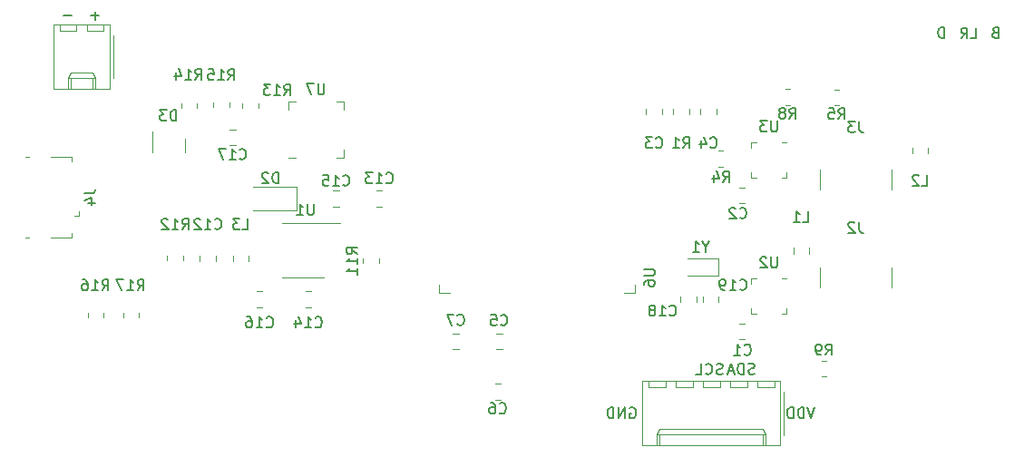
<source format=gbo>
G04 #@! TF.GenerationSoftware,KiCad,Pcbnew,(7.0.0)*
G04 #@! TF.CreationDate,2023-04-10T23:45:16-05:00*
G04 #@! TF.ProjectId,Phone_Audio_FM_Transmitter,50686f6e-655f-4417-9564-696f5f464d5f,2.1*
G04 #@! TF.SameCoordinates,Original*
G04 #@! TF.FileFunction,Legend,Bot*
G04 #@! TF.FilePolarity,Positive*
%FSLAX46Y46*%
G04 Gerber Fmt 4.6, Leading zero omitted, Abs format (unit mm)*
G04 Created by KiCad (PCBNEW (7.0.0)) date 2023-04-10 23:45:16*
%MOMM*%
%LPD*%
G01*
G04 APERTURE LIST*
%ADD10C,0.150000*%
%ADD11C,0.120000*%
G04 APERTURE END LIST*
D10*
X173774123Y-85205761D02*
X173631266Y-85253380D01*
X173631266Y-85253380D02*
X173393171Y-85253380D01*
X173393171Y-85253380D02*
X173297933Y-85205761D01*
X173297933Y-85205761D02*
X173250314Y-85158142D01*
X173250314Y-85158142D02*
X173202695Y-85062904D01*
X173202695Y-85062904D02*
X173202695Y-84967666D01*
X173202695Y-84967666D02*
X173250314Y-84872428D01*
X173250314Y-84872428D02*
X173297933Y-84824809D01*
X173297933Y-84824809D02*
X173393171Y-84777190D01*
X173393171Y-84777190D02*
X173583647Y-84729571D01*
X173583647Y-84729571D02*
X173678885Y-84681952D01*
X173678885Y-84681952D02*
X173726504Y-84634333D01*
X173726504Y-84634333D02*
X173774123Y-84539095D01*
X173774123Y-84539095D02*
X173774123Y-84443857D01*
X173774123Y-84443857D02*
X173726504Y-84348619D01*
X173726504Y-84348619D02*
X173678885Y-84301000D01*
X173678885Y-84301000D02*
X173583647Y-84253380D01*
X173583647Y-84253380D02*
X173345552Y-84253380D01*
X173345552Y-84253380D02*
X173202695Y-84301000D01*
X172202695Y-85158142D02*
X172250314Y-85205761D01*
X172250314Y-85205761D02*
X172393171Y-85253380D01*
X172393171Y-85253380D02*
X172488409Y-85253380D01*
X172488409Y-85253380D02*
X172631266Y-85205761D01*
X172631266Y-85205761D02*
X172726504Y-85110523D01*
X172726504Y-85110523D02*
X172774123Y-85015285D01*
X172774123Y-85015285D02*
X172821742Y-84824809D01*
X172821742Y-84824809D02*
X172821742Y-84681952D01*
X172821742Y-84681952D02*
X172774123Y-84491476D01*
X172774123Y-84491476D02*
X172726504Y-84396238D01*
X172726504Y-84396238D02*
X172631266Y-84301000D01*
X172631266Y-84301000D02*
X172488409Y-84253380D01*
X172488409Y-84253380D02*
X172393171Y-84253380D01*
X172393171Y-84253380D02*
X172250314Y-84301000D01*
X172250314Y-84301000D02*
X172202695Y-84348619D01*
X171297933Y-85253380D02*
X171774123Y-85253380D01*
X171774123Y-85253380D02*
X171774123Y-84253380D01*
X194452904Y-53833580D02*
X194452904Y-52833580D01*
X194452904Y-52833580D02*
X194214809Y-52833580D01*
X194214809Y-52833580D02*
X194071952Y-52881200D01*
X194071952Y-52881200D02*
X193976714Y-52976438D01*
X193976714Y-52976438D02*
X193929095Y-53071676D01*
X193929095Y-53071676D02*
X193881476Y-53262152D01*
X193881476Y-53262152D02*
X193881476Y-53405009D01*
X193881476Y-53405009D02*
X193929095Y-53595485D01*
X193929095Y-53595485D02*
X193976714Y-53690723D01*
X193976714Y-53690723D02*
X194071952Y-53785961D01*
X194071952Y-53785961D02*
X194214809Y-53833580D01*
X194214809Y-53833580D02*
X194452904Y-53833580D01*
X165125495Y-88390400D02*
X165220733Y-88342780D01*
X165220733Y-88342780D02*
X165363590Y-88342780D01*
X165363590Y-88342780D02*
X165506447Y-88390400D01*
X165506447Y-88390400D02*
X165601685Y-88485638D01*
X165601685Y-88485638D02*
X165649304Y-88580876D01*
X165649304Y-88580876D02*
X165696923Y-88771352D01*
X165696923Y-88771352D02*
X165696923Y-88914209D01*
X165696923Y-88914209D02*
X165649304Y-89104685D01*
X165649304Y-89104685D02*
X165601685Y-89199923D01*
X165601685Y-89199923D02*
X165506447Y-89295161D01*
X165506447Y-89295161D02*
X165363590Y-89342780D01*
X165363590Y-89342780D02*
X165268352Y-89342780D01*
X165268352Y-89342780D02*
X165125495Y-89295161D01*
X165125495Y-89295161D02*
X165077876Y-89247542D01*
X165077876Y-89247542D02*
X165077876Y-88914209D01*
X165077876Y-88914209D02*
X165268352Y-88914209D01*
X164649304Y-89342780D02*
X164649304Y-88342780D01*
X164649304Y-88342780D02*
X164077876Y-89342780D01*
X164077876Y-89342780D02*
X164077876Y-88342780D01*
X163601685Y-89342780D02*
X163601685Y-88342780D01*
X163601685Y-88342780D02*
X163363590Y-88342780D01*
X163363590Y-88342780D02*
X163220733Y-88390400D01*
X163220733Y-88390400D02*
X163125495Y-88485638D01*
X163125495Y-88485638D02*
X163077876Y-88580876D01*
X163077876Y-88580876D02*
X163030257Y-88771352D01*
X163030257Y-88771352D02*
X163030257Y-88914209D01*
X163030257Y-88914209D02*
X163077876Y-89104685D01*
X163077876Y-89104685D02*
X163125495Y-89199923D01*
X163125495Y-89199923D02*
X163220733Y-89295161D01*
X163220733Y-89295161D02*
X163363590Y-89342780D01*
X163363590Y-89342780D02*
X163601685Y-89342780D01*
X182378361Y-88342780D02*
X182045028Y-89342780D01*
X182045028Y-89342780D02*
X181711695Y-88342780D01*
X181378361Y-89342780D02*
X181378361Y-88342780D01*
X181378361Y-88342780D02*
X181140266Y-88342780D01*
X181140266Y-88342780D02*
X180997409Y-88390400D01*
X180997409Y-88390400D02*
X180902171Y-88485638D01*
X180902171Y-88485638D02*
X180854552Y-88580876D01*
X180854552Y-88580876D02*
X180806933Y-88771352D01*
X180806933Y-88771352D02*
X180806933Y-88914209D01*
X180806933Y-88914209D02*
X180854552Y-89104685D01*
X180854552Y-89104685D02*
X180902171Y-89199923D01*
X180902171Y-89199923D02*
X180997409Y-89295161D01*
X180997409Y-89295161D02*
X181140266Y-89342780D01*
X181140266Y-89342780D02*
X181378361Y-89342780D01*
X180378361Y-89342780D02*
X180378361Y-88342780D01*
X180378361Y-88342780D02*
X180140266Y-88342780D01*
X180140266Y-88342780D02*
X179997409Y-88390400D01*
X179997409Y-88390400D02*
X179902171Y-88485638D01*
X179902171Y-88485638D02*
X179854552Y-88580876D01*
X179854552Y-88580876D02*
X179806933Y-88771352D01*
X179806933Y-88771352D02*
X179806933Y-88914209D01*
X179806933Y-88914209D02*
X179854552Y-89104685D01*
X179854552Y-89104685D02*
X179902171Y-89199923D01*
X179902171Y-89199923D02*
X179997409Y-89295161D01*
X179997409Y-89295161D02*
X180140266Y-89342780D01*
X180140266Y-89342780D02*
X180378361Y-89342780D01*
X199224971Y-53309771D02*
X199082114Y-53357390D01*
X199082114Y-53357390D02*
X199034495Y-53405009D01*
X199034495Y-53405009D02*
X198986876Y-53500247D01*
X198986876Y-53500247D02*
X198986876Y-53643104D01*
X198986876Y-53643104D02*
X199034495Y-53738342D01*
X199034495Y-53738342D02*
X199082114Y-53785961D01*
X199082114Y-53785961D02*
X199177352Y-53833580D01*
X199177352Y-53833580D02*
X199558304Y-53833580D01*
X199558304Y-53833580D02*
X199558304Y-52833580D01*
X199558304Y-52833580D02*
X199224971Y-52833580D01*
X199224971Y-52833580D02*
X199129733Y-52881200D01*
X199129733Y-52881200D02*
X199082114Y-52928819D01*
X199082114Y-52928819D02*
X199034495Y-53024057D01*
X199034495Y-53024057D02*
X199034495Y-53119295D01*
X199034495Y-53119295D02*
X199082114Y-53214533D01*
X199082114Y-53214533D02*
X199129733Y-53262152D01*
X199129733Y-53262152D02*
X199224971Y-53309771D01*
X199224971Y-53309771D02*
X199558304Y-53309771D01*
X176745923Y-85180361D02*
X176603066Y-85227980D01*
X176603066Y-85227980D02*
X176364971Y-85227980D01*
X176364971Y-85227980D02*
X176269733Y-85180361D01*
X176269733Y-85180361D02*
X176222114Y-85132742D01*
X176222114Y-85132742D02*
X176174495Y-85037504D01*
X176174495Y-85037504D02*
X176174495Y-84942266D01*
X176174495Y-84942266D02*
X176222114Y-84847028D01*
X176222114Y-84847028D02*
X176269733Y-84799409D01*
X176269733Y-84799409D02*
X176364971Y-84751790D01*
X176364971Y-84751790D02*
X176555447Y-84704171D01*
X176555447Y-84704171D02*
X176650685Y-84656552D01*
X176650685Y-84656552D02*
X176698304Y-84608933D01*
X176698304Y-84608933D02*
X176745923Y-84513695D01*
X176745923Y-84513695D02*
X176745923Y-84418457D01*
X176745923Y-84418457D02*
X176698304Y-84323219D01*
X176698304Y-84323219D02*
X176650685Y-84275600D01*
X176650685Y-84275600D02*
X176555447Y-84227980D01*
X176555447Y-84227980D02*
X176317352Y-84227980D01*
X176317352Y-84227980D02*
X176174495Y-84275600D01*
X175745923Y-85227980D02*
X175745923Y-84227980D01*
X175745923Y-84227980D02*
X175507828Y-84227980D01*
X175507828Y-84227980D02*
X175364971Y-84275600D01*
X175364971Y-84275600D02*
X175269733Y-84370838D01*
X175269733Y-84370838D02*
X175222114Y-84466076D01*
X175222114Y-84466076D02*
X175174495Y-84656552D01*
X175174495Y-84656552D02*
X175174495Y-84799409D01*
X175174495Y-84799409D02*
X175222114Y-84989885D01*
X175222114Y-84989885D02*
X175269733Y-85085123D01*
X175269733Y-85085123D02*
X175364971Y-85180361D01*
X175364971Y-85180361D02*
X175507828Y-85227980D01*
X175507828Y-85227980D02*
X175745923Y-85227980D01*
X174793542Y-84942266D02*
X174317352Y-84942266D01*
X174888780Y-85227980D02*
X174555447Y-84227980D01*
X174555447Y-84227980D02*
X174222114Y-85227980D01*
X196948514Y-53884380D02*
X197424704Y-53884380D01*
X197424704Y-53884380D02*
X197424704Y-52884380D01*
X196043752Y-53884380D02*
X196377085Y-53408190D01*
X196615180Y-53884380D02*
X196615180Y-52884380D01*
X196615180Y-52884380D02*
X196234228Y-52884380D01*
X196234228Y-52884380D02*
X196138990Y-52932000D01*
X196138990Y-52932000D02*
X196091371Y-52979619D01*
X196091371Y-52979619D02*
X196043752Y-53074857D01*
X196043752Y-53074857D02*
X196043752Y-53217714D01*
X196043752Y-53217714D02*
X196091371Y-53312952D01*
X196091371Y-53312952D02*
X196138990Y-53360571D01*
X196138990Y-53360571D02*
X196234228Y-53408190D01*
X196234228Y-53408190D02*
X196615180Y-53408190D01*
X172205590Y-73325990D02*
X172205590Y-73802180D01*
X172538923Y-72802180D02*
X172205590Y-73325990D01*
X172205590Y-73325990D02*
X171872257Y-72802180D01*
X171015114Y-73802180D02*
X171586542Y-73802180D01*
X171300828Y-73802180D02*
X171300828Y-72802180D01*
X171300828Y-72802180D02*
X171396066Y-72945038D01*
X171396066Y-72945038D02*
X171491304Y-73040276D01*
X171491304Y-73040276D02*
X171586542Y-73087895D01*
X183402266Y-83426380D02*
X183735599Y-82950190D01*
X183973694Y-83426380D02*
X183973694Y-82426380D01*
X183973694Y-82426380D02*
X183592742Y-82426380D01*
X183592742Y-82426380D02*
X183497504Y-82474000D01*
X183497504Y-82474000D02*
X183449885Y-82521619D01*
X183449885Y-82521619D02*
X183402266Y-82616857D01*
X183402266Y-82616857D02*
X183402266Y-82759714D01*
X183402266Y-82759714D02*
X183449885Y-82854952D01*
X183449885Y-82854952D02*
X183497504Y-82902571D01*
X183497504Y-82902571D02*
X183592742Y-82950190D01*
X183592742Y-82950190D02*
X183973694Y-82950190D01*
X182926075Y-83426380D02*
X182735599Y-83426380D01*
X182735599Y-83426380D02*
X182640361Y-83378761D01*
X182640361Y-83378761D02*
X182592742Y-83331142D01*
X182592742Y-83331142D02*
X182497504Y-83188285D01*
X182497504Y-83188285D02*
X182449885Y-82997809D01*
X182449885Y-82997809D02*
X182449885Y-82616857D01*
X182449885Y-82616857D02*
X182497504Y-82521619D01*
X182497504Y-82521619D02*
X182545123Y-82474000D01*
X182545123Y-82474000D02*
X182640361Y-82426380D01*
X182640361Y-82426380D02*
X182830837Y-82426380D01*
X182830837Y-82426380D02*
X182926075Y-82474000D01*
X182926075Y-82474000D02*
X182973694Y-82521619D01*
X182973694Y-82521619D02*
X183021313Y-82616857D01*
X183021313Y-82616857D02*
X183021313Y-82854952D01*
X183021313Y-82854952D02*
X182973694Y-82950190D01*
X182973694Y-82950190D02*
X182926075Y-82997809D01*
X182926075Y-82997809D02*
X182830837Y-83045428D01*
X182830837Y-83045428D02*
X182640361Y-83045428D01*
X182640361Y-83045428D02*
X182545123Y-82997809D01*
X182545123Y-82997809D02*
X182497504Y-82950190D01*
X182497504Y-82950190D02*
X182449885Y-82854952D01*
X175394857Y-77284942D02*
X175442476Y-77332561D01*
X175442476Y-77332561D02*
X175585333Y-77380180D01*
X175585333Y-77380180D02*
X175680571Y-77380180D01*
X175680571Y-77380180D02*
X175823428Y-77332561D01*
X175823428Y-77332561D02*
X175918666Y-77237323D01*
X175918666Y-77237323D02*
X175966285Y-77142085D01*
X175966285Y-77142085D02*
X176013904Y-76951609D01*
X176013904Y-76951609D02*
X176013904Y-76808752D01*
X176013904Y-76808752D02*
X175966285Y-76618276D01*
X175966285Y-76618276D02*
X175918666Y-76523038D01*
X175918666Y-76523038D02*
X175823428Y-76427800D01*
X175823428Y-76427800D02*
X175680571Y-76380180D01*
X175680571Y-76380180D02*
X175585333Y-76380180D01*
X175585333Y-76380180D02*
X175442476Y-76427800D01*
X175442476Y-76427800D02*
X175394857Y-76475419D01*
X174442476Y-77380180D02*
X175013904Y-77380180D01*
X174728190Y-77380180D02*
X174728190Y-76380180D01*
X174728190Y-76380180D02*
X174823428Y-76523038D01*
X174823428Y-76523038D02*
X174918666Y-76618276D01*
X174918666Y-76618276D02*
X175013904Y-76665895D01*
X173966285Y-77380180D02*
X173775809Y-77380180D01*
X173775809Y-77380180D02*
X173680571Y-77332561D01*
X173680571Y-77332561D02*
X173632952Y-77284942D01*
X173632952Y-77284942D02*
X173537714Y-77142085D01*
X173537714Y-77142085D02*
X173490095Y-76951609D01*
X173490095Y-76951609D02*
X173490095Y-76570657D01*
X173490095Y-76570657D02*
X173537714Y-76475419D01*
X173537714Y-76475419D02*
X173585333Y-76427800D01*
X173585333Y-76427800D02*
X173680571Y-76380180D01*
X173680571Y-76380180D02*
X173871047Y-76380180D01*
X173871047Y-76380180D02*
X173966285Y-76427800D01*
X173966285Y-76427800D02*
X174013904Y-76475419D01*
X174013904Y-76475419D02*
X174061523Y-76570657D01*
X174061523Y-76570657D02*
X174061523Y-76808752D01*
X174061523Y-76808752D02*
X174013904Y-76903990D01*
X174013904Y-76903990D02*
X173966285Y-76951609D01*
X173966285Y-76951609D02*
X173871047Y-76999228D01*
X173871047Y-76999228D02*
X173680571Y-76999228D01*
X173680571Y-76999228D02*
X173585333Y-76951609D01*
X173585333Y-76951609D02*
X173537714Y-76903990D01*
X173537714Y-76903990D02*
X173490095Y-76808752D01*
X168816257Y-79697942D02*
X168863876Y-79745561D01*
X168863876Y-79745561D02*
X169006733Y-79793180D01*
X169006733Y-79793180D02*
X169101971Y-79793180D01*
X169101971Y-79793180D02*
X169244828Y-79745561D01*
X169244828Y-79745561D02*
X169340066Y-79650323D01*
X169340066Y-79650323D02*
X169387685Y-79555085D01*
X169387685Y-79555085D02*
X169435304Y-79364609D01*
X169435304Y-79364609D02*
X169435304Y-79221752D01*
X169435304Y-79221752D02*
X169387685Y-79031276D01*
X169387685Y-79031276D02*
X169340066Y-78936038D01*
X169340066Y-78936038D02*
X169244828Y-78840800D01*
X169244828Y-78840800D02*
X169101971Y-78793180D01*
X169101971Y-78793180D02*
X169006733Y-78793180D01*
X169006733Y-78793180D02*
X168863876Y-78840800D01*
X168863876Y-78840800D02*
X168816257Y-78888419D01*
X167863876Y-79793180D02*
X168435304Y-79793180D01*
X168149590Y-79793180D02*
X168149590Y-78793180D01*
X168149590Y-78793180D02*
X168244828Y-78936038D01*
X168244828Y-78936038D02*
X168340066Y-79031276D01*
X168340066Y-79031276D02*
X168435304Y-79078895D01*
X167292447Y-79221752D02*
X167387685Y-79174133D01*
X167387685Y-79174133D02*
X167435304Y-79126514D01*
X167435304Y-79126514D02*
X167482923Y-79031276D01*
X167482923Y-79031276D02*
X167482923Y-78983657D01*
X167482923Y-78983657D02*
X167435304Y-78888419D01*
X167435304Y-78888419D02*
X167387685Y-78840800D01*
X167387685Y-78840800D02*
X167292447Y-78793180D01*
X167292447Y-78793180D02*
X167101971Y-78793180D01*
X167101971Y-78793180D02*
X167006733Y-78840800D01*
X167006733Y-78840800D02*
X166959114Y-78888419D01*
X166959114Y-78888419D02*
X166911495Y-78983657D01*
X166911495Y-78983657D02*
X166911495Y-79031276D01*
X166911495Y-79031276D02*
X166959114Y-79126514D01*
X166959114Y-79126514D02*
X167006733Y-79174133D01*
X167006733Y-79174133D02*
X167101971Y-79221752D01*
X167101971Y-79221752D02*
X167292447Y-79221752D01*
X167292447Y-79221752D02*
X167387685Y-79269371D01*
X167387685Y-79269371D02*
X167435304Y-79316990D01*
X167435304Y-79316990D02*
X167482923Y-79412228D01*
X167482923Y-79412228D02*
X167482923Y-79602704D01*
X167482923Y-79602704D02*
X167435304Y-79697942D01*
X167435304Y-79697942D02*
X167387685Y-79745561D01*
X167387685Y-79745561D02*
X167292447Y-79793180D01*
X167292447Y-79793180D02*
X167101971Y-79793180D01*
X167101971Y-79793180D02*
X167006733Y-79745561D01*
X167006733Y-79745561D02*
X166959114Y-79697942D01*
X166959114Y-79697942D02*
X166911495Y-79602704D01*
X166911495Y-79602704D02*
X166911495Y-79412228D01*
X166911495Y-79412228D02*
X166959114Y-79316990D01*
X166959114Y-79316990D02*
X167006733Y-79269371D01*
X167006733Y-79269371D02*
X167101971Y-79221752D01*
X132849857Y-59168380D02*
X133183190Y-58692190D01*
X133421285Y-59168380D02*
X133421285Y-58168380D01*
X133421285Y-58168380D02*
X133040333Y-58168380D01*
X133040333Y-58168380D02*
X132945095Y-58216000D01*
X132945095Y-58216000D02*
X132897476Y-58263619D01*
X132897476Y-58263619D02*
X132849857Y-58358857D01*
X132849857Y-58358857D02*
X132849857Y-58501714D01*
X132849857Y-58501714D02*
X132897476Y-58596952D01*
X132897476Y-58596952D02*
X132945095Y-58644571D01*
X132945095Y-58644571D02*
X133040333Y-58692190D01*
X133040333Y-58692190D02*
X133421285Y-58692190D01*
X131897476Y-59168380D02*
X132468904Y-59168380D01*
X132183190Y-59168380D02*
X132183190Y-58168380D01*
X132183190Y-58168380D02*
X132278428Y-58311238D01*
X132278428Y-58311238D02*
X132373666Y-58406476D01*
X132373666Y-58406476D02*
X132468904Y-58454095D01*
X131564142Y-58168380D02*
X130945095Y-58168380D01*
X130945095Y-58168380D02*
X131278428Y-58549333D01*
X131278428Y-58549333D02*
X131135571Y-58549333D01*
X131135571Y-58549333D02*
X131040333Y-58596952D01*
X131040333Y-58596952D02*
X130992714Y-58644571D01*
X130992714Y-58644571D02*
X130945095Y-58739809D01*
X130945095Y-58739809D02*
X130945095Y-58977904D01*
X130945095Y-58977904D02*
X130992714Y-59073142D01*
X130992714Y-59073142D02*
X131040333Y-59120761D01*
X131040333Y-59120761D02*
X131135571Y-59168380D01*
X131135571Y-59168380D02*
X131421285Y-59168380D01*
X131421285Y-59168380D02*
X131516523Y-59120761D01*
X131516523Y-59120761D02*
X131564142Y-59073142D01*
X115857257Y-77405580D02*
X116190590Y-76929390D01*
X116428685Y-77405580D02*
X116428685Y-76405580D01*
X116428685Y-76405580D02*
X116047733Y-76405580D01*
X116047733Y-76405580D02*
X115952495Y-76453200D01*
X115952495Y-76453200D02*
X115904876Y-76500819D01*
X115904876Y-76500819D02*
X115857257Y-76596057D01*
X115857257Y-76596057D02*
X115857257Y-76738914D01*
X115857257Y-76738914D02*
X115904876Y-76834152D01*
X115904876Y-76834152D02*
X115952495Y-76881771D01*
X115952495Y-76881771D02*
X116047733Y-76929390D01*
X116047733Y-76929390D02*
X116428685Y-76929390D01*
X114904876Y-77405580D02*
X115476304Y-77405580D01*
X115190590Y-77405580D02*
X115190590Y-76405580D01*
X115190590Y-76405580D02*
X115285828Y-76548438D01*
X115285828Y-76548438D02*
X115381066Y-76643676D01*
X115381066Y-76643676D02*
X115476304Y-76691295D01*
X114047733Y-76405580D02*
X114238209Y-76405580D01*
X114238209Y-76405580D02*
X114333447Y-76453200D01*
X114333447Y-76453200D02*
X114381066Y-76500819D01*
X114381066Y-76500819D02*
X114476304Y-76643676D01*
X114476304Y-76643676D02*
X114523923Y-76834152D01*
X114523923Y-76834152D02*
X114523923Y-77215104D01*
X114523923Y-77215104D02*
X114476304Y-77310342D01*
X114476304Y-77310342D02*
X114428685Y-77357961D01*
X114428685Y-77357961D02*
X114333447Y-77405580D01*
X114333447Y-77405580D02*
X114142971Y-77405580D01*
X114142971Y-77405580D02*
X114047733Y-77357961D01*
X114047733Y-77357961D02*
X114000114Y-77310342D01*
X114000114Y-77310342D02*
X113952495Y-77215104D01*
X113952495Y-77215104D02*
X113952495Y-76977009D01*
X113952495Y-76977009D02*
X114000114Y-76881771D01*
X114000114Y-76881771D02*
X114047733Y-76834152D01*
X114047733Y-76834152D02*
X114142971Y-76786533D01*
X114142971Y-76786533D02*
X114333447Y-76786533D01*
X114333447Y-76786533D02*
X114428685Y-76834152D01*
X114428685Y-76834152D02*
X114476304Y-76881771D01*
X114476304Y-76881771D02*
X114523923Y-76977009D01*
X172632666Y-64026142D02*
X172680285Y-64073761D01*
X172680285Y-64073761D02*
X172823142Y-64121380D01*
X172823142Y-64121380D02*
X172918380Y-64121380D01*
X172918380Y-64121380D02*
X173061237Y-64073761D01*
X173061237Y-64073761D02*
X173156475Y-63978523D01*
X173156475Y-63978523D02*
X173204094Y-63883285D01*
X173204094Y-63883285D02*
X173251713Y-63692809D01*
X173251713Y-63692809D02*
X173251713Y-63549952D01*
X173251713Y-63549952D02*
X173204094Y-63359476D01*
X173204094Y-63359476D02*
X173156475Y-63264238D01*
X173156475Y-63264238D02*
X173061237Y-63169000D01*
X173061237Y-63169000D02*
X172918380Y-63121380D01*
X172918380Y-63121380D02*
X172823142Y-63121380D01*
X172823142Y-63121380D02*
X172680285Y-63169000D01*
X172680285Y-63169000D02*
X172632666Y-63216619D01*
X171775523Y-63454714D02*
X171775523Y-64121380D01*
X172013618Y-63073761D02*
X172251713Y-63788047D01*
X172251713Y-63788047D02*
X171632666Y-63788047D01*
X153074666Y-80586942D02*
X153122285Y-80634561D01*
X153122285Y-80634561D02*
X153265142Y-80682180D01*
X153265142Y-80682180D02*
X153360380Y-80682180D01*
X153360380Y-80682180D02*
X153503237Y-80634561D01*
X153503237Y-80634561D02*
X153598475Y-80539323D01*
X153598475Y-80539323D02*
X153646094Y-80444085D01*
X153646094Y-80444085D02*
X153693713Y-80253609D01*
X153693713Y-80253609D02*
X153693713Y-80110752D01*
X153693713Y-80110752D02*
X153646094Y-79920276D01*
X153646094Y-79920276D02*
X153598475Y-79825038D01*
X153598475Y-79825038D02*
X153503237Y-79729800D01*
X153503237Y-79729800D02*
X153360380Y-79682180D01*
X153360380Y-79682180D02*
X153265142Y-79682180D01*
X153265142Y-79682180D02*
X153122285Y-79729800D01*
X153122285Y-79729800D02*
X153074666Y-79777419D01*
X152169904Y-79682180D02*
X152646094Y-79682180D01*
X152646094Y-79682180D02*
X152693713Y-80158371D01*
X152693713Y-80158371D02*
X152646094Y-80110752D01*
X152646094Y-80110752D02*
X152550856Y-80063133D01*
X152550856Y-80063133D02*
X152312761Y-80063133D01*
X152312761Y-80063133D02*
X152217523Y-80110752D01*
X152217523Y-80110752D02*
X152169904Y-80158371D01*
X152169904Y-80158371D02*
X152122285Y-80253609D01*
X152122285Y-80253609D02*
X152122285Y-80491704D01*
X152122285Y-80491704D02*
X152169904Y-80586942D01*
X152169904Y-80586942D02*
X152217523Y-80634561D01*
X152217523Y-80634561D02*
X152312761Y-80682180D01*
X152312761Y-80682180D02*
X152550856Y-80682180D01*
X152550856Y-80682180D02*
X152646094Y-80634561D01*
X152646094Y-80634561D02*
X152693713Y-80586942D01*
X131198857Y-80790142D02*
X131246476Y-80837761D01*
X131246476Y-80837761D02*
X131389333Y-80885380D01*
X131389333Y-80885380D02*
X131484571Y-80885380D01*
X131484571Y-80885380D02*
X131627428Y-80837761D01*
X131627428Y-80837761D02*
X131722666Y-80742523D01*
X131722666Y-80742523D02*
X131770285Y-80647285D01*
X131770285Y-80647285D02*
X131817904Y-80456809D01*
X131817904Y-80456809D02*
X131817904Y-80313952D01*
X131817904Y-80313952D02*
X131770285Y-80123476D01*
X131770285Y-80123476D02*
X131722666Y-80028238D01*
X131722666Y-80028238D02*
X131627428Y-79933000D01*
X131627428Y-79933000D02*
X131484571Y-79885380D01*
X131484571Y-79885380D02*
X131389333Y-79885380D01*
X131389333Y-79885380D02*
X131246476Y-79933000D01*
X131246476Y-79933000D02*
X131198857Y-79980619D01*
X130246476Y-80885380D02*
X130817904Y-80885380D01*
X130532190Y-80885380D02*
X130532190Y-79885380D01*
X130532190Y-79885380D02*
X130627428Y-80028238D01*
X130627428Y-80028238D02*
X130722666Y-80123476D01*
X130722666Y-80123476D02*
X130817904Y-80171095D01*
X129389333Y-79885380D02*
X129579809Y-79885380D01*
X129579809Y-79885380D02*
X129675047Y-79933000D01*
X129675047Y-79933000D02*
X129722666Y-79980619D01*
X129722666Y-79980619D02*
X129817904Y-80123476D01*
X129817904Y-80123476D02*
X129865523Y-80313952D01*
X129865523Y-80313952D02*
X129865523Y-80694904D01*
X129865523Y-80694904D02*
X129817904Y-80790142D01*
X129817904Y-80790142D02*
X129770285Y-80837761D01*
X129770285Y-80837761D02*
X129675047Y-80885380D01*
X129675047Y-80885380D02*
X129484571Y-80885380D01*
X129484571Y-80885380D02*
X129389333Y-80837761D01*
X129389333Y-80837761D02*
X129341714Y-80790142D01*
X129341714Y-80790142D02*
X129294095Y-80694904D01*
X129294095Y-80694904D02*
X129294095Y-80456809D01*
X129294095Y-80456809D02*
X129341714Y-80361571D01*
X129341714Y-80361571D02*
X129389333Y-80313952D01*
X129389333Y-80313952D02*
X129484571Y-80266333D01*
X129484571Y-80266333D02*
X129675047Y-80266333D01*
X129675047Y-80266333D02*
X129770285Y-80313952D01*
X129770285Y-80313952D02*
X129817904Y-80361571D01*
X129817904Y-80361571D02*
X129865523Y-80456809D01*
X122785094Y-61581380D02*
X122785094Y-60581380D01*
X122785094Y-60581380D02*
X122546999Y-60581380D01*
X122546999Y-60581380D02*
X122404142Y-60629000D01*
X122404142Y-60629000D02*
X122308904Y-60724238D01*
X122308904Y-60724238D02*
X122261285Y-60819476D01*
X122261285Y-60819476D02*
X122213666Y-61009952D01*
X122213666Y-61009952D02*
X122213666Y-61152809D01*
X122213666Y-61152809D02*
X122261285Y-61343285D01*
X122261285Y-61343285D02*
X122308904Y-61438523D01*
X122308904Y-61438523D02*
X122404142Y-61533761D01*
X122404142Y-61533761D02*
X122546999Y-61581380D01*
X122546999Y-61581380D02*
X122785094Y-61581380D01*
X121880332Y-60581380D02*
X121261285Y-60581380D01*
X121261285Y-60581380D02*
X121594618Y-60962333D01*
X121594618Y-60962333D02*
X121451761Y-60962333D01*
X121451761Y-60962333D02*
X121356523Y-61009952D01*
X121356523Y-61009952D02*
X121308904Y-61057571D01*
X121308904Y-61057571D02*
X121261285Y-61152809D01*
X121261285Y-61152809D02*
X121261285Y-61390904D01*
X121261285Y-61390904D02*
X121308904Y-61486142D01*
X121308904Y-61486142D02*
X121356523Y-61533761D01*
X121356523Y-61533761D02*
X121451761Y-61581380D01*
X121451761Y-61581380D02*
X121737475Y-61581380D01*
X121737475Y-61581380D02*
X121832713Y-61533761D01*
X121832713Y-61533761D02*
X121880332Y-61486142D01*
X139687380Y-74017142D02*
X139211190Y-73683809D01*
X139687380Y-73445714D02*
X138687380Y-73445714D01*
X138687380Y-73445714D02*
X138687380Y-73826666D01*
X138687380Y-73826666D02*
X138735000Y-73921904D01*
X138735000Y-73921904D02*
X138782619Y-73969523D01*
X138782619Y-73969523D02*
X138877857Y-74017142D01*
X138877857Y-74017142D02*
X139020714Y-74017142D01*
X139020714Y-74017142D02*
X139115952Y-73969523D01*
X139115952Y-73969523D02*
X139163571Y-73921904D01*
X139163571Y-73921904D02*
X139211190Y-73826666D01*
X139211190Y-73826666D02*
X139211190Y-73445714D01*
X139687380Y-74969523D02*
X139687380Y-74398095D01*
X139687380Y-74683809D02*
X138687380Y-74683809D01*
X138687380Y-74683809D02*
X138830238Y-74588571D01*
X138830238Y-74588571D02*
X138925476Y-74493333D01*
X138925476Y-74493333D02*
X138973095Y-74398095D01*
X139687380Y-75921904D02*
X139687380Y-75350476D01*
X139687380Y-75636190D02*
X138687380Y-75636190D01*
X138687380Y-75636190D02*
X138830238Y-75540952D01*
X138830238Y-75540952D02*
X138925476Y-75445714D01*
X138925476Y-75445714D02*
X138973095Y-75350476D01*
X126372857Y-71624642D02*
X126420476Y-71672261D01*
X126420476Y-71672261D02*
X126563333Y-71719880D01*
X126563333Y-71719880D02*
X126658571Y-71719880D01*
X126658571Y-71719880D02*
X126801428Y-71672261D01*
X126801428Y-71672261D02*
X126896666Y-71577023D01*
X126896666Y-71577023D02*
X126944285Y-71481785D01*
X126944285Y-71481785D02*
X126991904Y-71291309D01*
X126991904Y-71291309D02*
X126991904Y-71148452D01*
X126991904Y-71148452D02*
X126944285Y-70957976D01*
X126944285Y-70957976D02*
X126896666Y-70862738D01*
X126896666Y-70862738D02*
X126801428Y-70767500D01*
X126801428Y-70767500D02*
X126658571Y-70719880D01*
X126658571Y-70719880D02*
X126563333Y-70719880D01*
X126563333Y-70719880D02*
X126420476Y-70767500D01*
X126420476Y-70767500D02*
X126372857Y-70815119D01*
X125420476Y-71719880D02*
X125991904Y-71719880D01*
X125706190Y-71719880D02*
X125706190Y-70719880D01*
X125706190Y-70719880D02*
X125801428Y-70862738D01*
X125801428Y-70862738D02*
X125896666Y-70957976D01*
X125896666Y-70957976D02*
X125991904Y-71005595D01*
X125039523Y-70815119D02*
X124991904Y-70767500D01*
X124991904Y-70767500D02*
X124896666Y-70719880D01*
X124896666Y-70719880D02*
X124658571Y-70719880D01*
X124658571Y-70719880D02*
X124563333Y-70767500D01*
X124563333Y-70767500D02*
X124515714Y-70815119D01*
X124515714Y-70815119D02*
X124468095Y-70910357D01*
X124468095Y-70910357D02*
X124468095Y-71005595D01*
X124468095Y-71005595D02*
X124515714Y-71148452D01*
X124515714Y-71148452D02*
X125087142Y-71719880D01*
X125087142Y-71719880D02*
X124468095Y-71719880D01*
X192368466Y-67626580D02*
X192844656Y-67626580D01*
X192844656Y-67626580D02*
X192844656Y-66626580D01*
X192082751Y-66721819D02*
X192035132Y-66674200D01*
X192035132Y-66674200D02*
X191939894Y-66626580D01*
X191939894Y-66626580D02*
X191701799Y-66626580D01*
X191701799Y-66626580D02*
X191606561Y-66674200D01*
X191606561Y-66674200D02*
X191558942Y-66721819D01*
X191558942Y-66721819D02*
X191511323Y-66817057D01*
X191511323Y-66817057D02*
X191511323Y-66912295D01*
X191511323Y-66912295D02*
X191558942Y-67055152D01*
X191558942Y-67055152D02*
X192130370Y-67626580D01*
X192130370Y-67626580D02*
X191511323Y-67626580D01*
X136575704Y-58117580D02*
X136575704Y-58927104D01*
X136575704Y-58927104D02*
X136528085Y-59022342D01*
X136528085Y-59022342D02*
X136480466Y-59069961D01*
X136480466Y-59069961D02*
X136385228Y-59117580D01*
X136385228Y-59117580D02*
X136194752Y-59117580D01*
X136194752Y-59117580D02*
X136099514Y-59069961D01*
X136099514Y-59069961D02*
X136051895Y-59022342D01*
X136051895Y-59022342D02*
X136004276Y-58927104D01*
X136004276Y-58927104D02*
X136004276Y-58117580D01*
X135623323Y-58117580D02*
X134956657Y-58117580D01*
X134956657Y-58117580D02*
X135385228Y-59117580D01*
X166441380Y-75441095D02*
X167250904Y-75441095D01*
X167250904Y-75441095D02*
X167346142Y-75488714D01*
X167346142Y-75488714D02*
X167393761Y-75536333D01*
X167393761Y-75536333D02*
X167441380Y-75631571D01*
X167441380Y-75631571D02*
X167441380Y-75822047D01*
X167441380Y-75822047D02*
X167393761Y-75917285D01*
X167393761Y-75917285D02*
X167346142Y-75964904D01*
X167346142Y-75964904D02*
X167250904Y-76012523D01*
X167250904Y-76012523D02*
X166441380Y-76012523D01*
X166441380Y-76917285D02*
X166441380Y-76726809D01*
X166441380Y-76726809D02*
X166489000Y-76631571D01*
X166489000Y-76631571D02*
X166536619Y-76583952D01*
X166536619Y-76583952D02*
X166679476Y-76488714D01*
X166679476Y-76488714D02*
X166869952Y-76441095D01*
X166869952Y-76441095D02*
X167250904Y-76441095D01*
X167250904Y-76441095D02*
X167346142Y-76488714D01*
X167346142Y-76488714D02*
X167393761Y-76536333D01*
X167393761Y-76536333D02*
X167441380Y-76631571D01*
X167441380Y-76631571D02*
X167441380Y-76822047D01*
X167441380Y-76822047D02*
X167393761Y-76917285D01*
X167393761Y-76917285D02*
X167346142Y-76964904D01*
X167346142Y-76964904D02*
X167250904Y-77012523D01*
X167250904Y-77012523D02*
X167012809Y-77012523D01*
X167012809Y-77012523D02*
X166917571Y-76964904D01*
X166917571Y-76964904D02*
X166869952Y-76917285D01*
X166869952Y-76917285D02*
X166822333Y-76822047D01*
X166822333Y-76822047D02*
X166822333Y-76631571D01*
X166822333Y-76631571D02*
X166869952Y-76536333D01*
X166869952Y-76536333D02*
X166917571Y-76488714D01*
X166917571Y-76488714D02*
X167012809Y-76441095D01*
X132310094Y-67381380D02*
X132310094Y-66381380D01*
X132310094Y-66381380D02*
X132071999Y-66381380D01*
X132071999Y-66381380D02*
X131929142Y-66429000D01*
X131929142Y-66429000D02*
X131833904Y-66524238D01*
X131833904Y-66524238D02*
X131786285Y-66619476D01*
X131786285Y-66619476D02*
X131738666Y-66809952D01*
X131738666Y-66809952D02*
X131738666Y-66952809D01*
X131738666Y-66952809D02*
X131786285Y-67143285D01*
X131786285Y-67143285D02*
X131833904Y-67238523D01*
X131833904Y-67238523D02*
X131929142Y-67333761D01*
X131929142Y-67333761D02*
X132071999Y-67381380D01*
X132071999Y-67381380D02*
X132310094Y-67381380D01*
X131357713Y-66476619D02*
X131310094Y-66429000D01*
X131310094Y-66429000D02*
X131214856Y-66381380D01*
X131214856Y-66381380D02*
X130976761Y-66381380D01*
X130976761Y-66381380D02*
X130881523Y-66429000D01*
X130881523Y-66429000D02*
X130833904Y-66476619D01*
X130833904Y-66476619D02*
X130786285Y-66571857D01*
X130786285Y-66571857D02*
X130786285Y-66667095D01*
X130786285Y-66667095D02*
X130833904Y-66809952D01*
X130833904Y-66809952D02*
X131405332Y-67381380D01*
X131405332Y-67381380D02*
X130786285Y-67381380D01*
X128944666Y-71741380D02*
X129420856Y-71741380D01*
X129420856Y-71741380D02*
X129420856Y-70741380D01*
X128706570Y-70741380D02*
X128087523Y-70741380D01*
X128087523Y-70741380D02*
X128420856Y-71122333D01*
X128420856Y-71122333D02*
X128277999Y-71122333D01*
X128277999Y-71122333D02*
X128182761Y-71169952D01*
X128182761Y-71169952D02*
X128135142Y-71217571D01*
X128135142Y-71217571D02*
X128087523Y-71312809D01*
X128087523Y-71312809D02*
X128087523Y-71550904D01*
X128087523Y-71550904D02*
X128135142Y-71646142D01*
X128135142Y-71646142D02*
X128182761Y-71693761D01*
X128182761Y-71693761D02*
X128277999Y-71741380D01*
X128277999Y-71741380D02*
X128563713Y-71741380D01*
X128563713Y-71741380D02*
X128658951Y-71693761D01*
X128658951Y-71693761D02*
X128706570Y-71646142D01*
X114220980Y-68348266D02*
X114935266Y-68348266D01*
X114935266Y-68348266D02*
X115078123Y-68300647D01*
X115078123Y-68300647D02*
X115173361Y-68205409D01*
X115173361Y-68205409D02*
X115220980Y-68062552D01*
X115220980Y-68062552D02*
X115220980Y-67967314D01*
X114554314Y-69253028D02*
X115220980Y-69253028D01*
X114173361Y-69014933D02*
X114887647Y-68776838D01*
X114887647Y-68776838D02*
X114887647Y-69395885D01*
X173826466Y-67270980D02*
X174159799Y-66794790D01*
X174397894Y-67270980D02*
X174397894Y-66270980D01*
X174397894Y-66270980D02*
X174016942Y-66270980D01*
X174016942Y-66270980D02*
X173921704Y-66318600D01*
X173921704Y-66318600D02*
X173874085Y-66366219D01*
X173874085Y-66366219D02*
X173826466Y-66461457D01*
X173826466Y-66461457D02*
X173826466Y-66604314D01*
X173826466Y-66604314D02*
X173874085Y-66699552D01*
X173874085Y-66699552D02*
X173921704Y-66747171D01*
X173921704Y-66747171D02*
X174016942Y-66794790D01*
X174016942Y-66794790D02*
X174397894Y-66794790D01*
X172969323Y-66604314D02*
X172969323Y-67270980D01*
X173207418Y-66223361D02*
X173445513Y-66937647D01*
X173445513Y-66937647D02*
X172826466Y-66937647D01*
X152947666Y-88820142D02*
X152995285Y-88867761D01*
X152995285Y-88867761D02*
X153138142Y-88915380D01*
X153138142Y-88915380D02*
X153233380Y-88915380D01*
X153233380Y-88915380D02*
X153376237Y-88867761D01*
X153376237Y-88867761D02*
X153471475Y-88772523D01*
X153471475Y-88772523D02*
X153519094Y-88677285D01*
X153519094Y-88677285D02*
X153566713Y-88486809D01*
X153566713Y-88486809D02*
X153566713Y-88343952D01*
X153566713Y-88343952D02*
X153519094Y-88153476D01*
X153519094Y-88153476D02*
X153471475Y-88058238D01*
X153471475Y-88058238D02*
X153376237Y-87963000D01*
X153376237Y-87963000D02*
X153233380Y-87915380D01*
X153233380Y-87915380D02*
X153138142Y-87915380D01*
X153138142Y-87915380D02*
X152995285Y-87963000D01*
X152995285Y-87963000D02*
X152947666Y-88010619D01*
X152090523Y-87915380D02*
X152280999Y-87915380D01*
X152280999Y-87915380D02*
X152376237Y-87963000D01*
X152376237Y-87963000D02*
X152423856Y-88010619D01*
X152423856Y-88010619D02*
X152519094Y-88153476D01*
X152519094Y-88153476D02*
X152566713Y-88343952D01*
X152566713Y-88343952D02*
X152566713Y-88724904D01*
X152566713Y-88724904D02*
X152519094Y-88820142D01*
X152519094Y-88820142D02*
X152471475Y-88867761D01*
X152471475Y-88867761D02*
X152376237Y-88915380D01*
X152376237Y-88915380D02*
X152185761Y-88915380D01*
X152185761Y-88915380D02*
X152090523Y-88867761D01*
X152090523Y-88867761D02*
X152042904Y-88820142D01*
X152042904Y-88820142D02*
X151995285Y-88724904D01*
X151995285Y-88724904D02*
X151995285Y-88486809D01*
X151995285Y-88486809D02*
X152042904Y-88391571D01*
X152042904Y-88391571D02*
X152090523Y-88343952D01*
X152090523Y-88343952D02*
X152185761Y-88296333D01*
X152185761Y-88296333D02*
X152376237Y-88296333D01*
X152376237Y-88296333D02*
X152471475Y-88343952D01*
X152471475Y-88343952D02*
X152519094Y-88391571D01*
X152519094Y-88391571D02*
X152566713Y-88486809D01*
X186515333Y-71020780D02*
X186515333Y-71735066D01*
X186515333Y-71735066D02*
X186562952Y-71877923D01*
X186562952Y-71877923D02*
X186658190Y-71973161D01*
X186658190Y-71973161D02*
X186801047Y-72020780D01*
X186801047Y-72020780D02*
X186896285Y-72020780D01*
X186086761Y-71116019D02*
X186039142Y-71068400D01*
X186039142Y-71068400D02*
X185943904Y-71020780D01*
X185943904Y-71020780D02*
X185705809Y-71020780D01*
X185705809Y-71020780D02*
X185610571Y-71068400D01*
X185610571Y-71068400D02*
X185562952Y-71116019D01*
X185562952Y-71116019D02*
X185515333Y-71211257D01*
X185515333Y-71211257D02*
X185515333Y-71306495D01*
X185515333Y-71306495D02*
X185562952Y-71449352D01*
X185562952Y-71449352D02*
X186134380Y-72020780D01*
X186134380Y-72020780D02*
X185515333Y-72020780D01*
X167552666Y-64026142D02*
X167600285Y-64073761D01*
X167600285Y-64073761D02*
X167743142Y-64121380D01*
X167743142Y-64121380D02*
X167838380Y-64121380D01*
X167838380Y-64121380D02*
X167981237Y-64073761D01*
X167981237Y-64073761D02*
X168076475Y-63978523D01*
X168076475Y-63978523D02*
X168124094Y-63883285D01*
X168124094Y-63883285D02*
X168171713Y-63692809D01*
X168171713Y-63692809D02*
X168171713Y-63549952D01*
X168171713Y-63549952D02*
X168124094Y-63359476D01*
X168124094Y-63359476D02*
X168076475Y-63264238D01*
X168076475Y-63264238D02*
X167981237Y-63169000D01*
X167981237Y-63169000D02*
X167838380Y-63121380D01*
X167838380Y-63121380D02*
X167743142Y-63121380D01*
X167743142Y-63121380D02*
X167600285Y-63169000D01*
X167600285Y-63169000D02*
X167552666Y-63216619D01*
X167219332Y-63121380D02*
X166600285Y-63121380D01*
X166600285Y-63121380D02*
X166933618Y-63502333D01*
X166933618Y-63502333D02*
X166790761Y-63502333D01*
X166790761Y-63502333D02*
X166695523Y-63549952D01*
X166695523Y-63549952D02*
X166647904Y-63597571D01*
X166647904Y-63597571D02*
X166600285Y-63692809D01*
X166600285Y-63692809D02*
X166600285Y-63930904D01*
X166600285Y-63930904D02*
X166647904Y-64026142D01*
X166647904Y-64026142D02*
X166695523Y-64073761D01*
X166695523Y-64073761D02*
X166790761Y-64121380D01*
X166790761Y-64121380D02*
X167076475Y-64121380D01*
X167076475Y-64121380D02*
X167171713Y-64073761D01*
X167171713Y-64073761D02*
X167219332Y-64026142D01*
X112293448Y-51753371D02*
X113055353Y-51753371D01*
X114833448Y-51753371D02*
X115595353Y-51753371D01*
X115214400Y-51372419D02*
X115214400Y-52134323D01*
X175375866Y-70604742D02*
X175423485Y-70652361D01*
X175423485Y-70652361D02*
X175566342Y-70699980D01*
X175566342Y-70699980D02*
X175661580Y-70699980D01*
X175661580Y-70699980D02*
X175804437Y-70652361D01*
X175804437Y-70652361D02*
X175899675Y-70557123D01*
X175899675Y-70557123D02*
X175947294Y-70461885D01*
X175947294Y-70461885D02*
X175994913Y-70271409D01*
X175994913Y-70271409D02*
X175994913Y-70128552D01*
X175994913Y-70128552D02*
X175947294Y-69938076D01*
X175947294Y-69938076D02*
X175899675Y-69842838D01*
X175899675Y-69842838D02*
X175804437Y-69747600D01*
X175804437Y-69747600D02*
X175661580Y-69699980D01*
X175661580Y-69699980D02*
X175566342Y-69699980D01*
X175566342Y-69699980D02*
X175423485Y-69747600D01*
X175423485Y-69747600D02*
X175375866Y-69795219D01*
X174994913Y-69795219D02*
X174947294Y-69747600D01*
X174947294Y-69747600D02*
X174852056Y-69699980D01*
X174852056Y-69699980D02*
X174613961Y-69699980D01*
X174613961Y-69699980D02*
X174518723Y-69747600D01*
X174518723Y-69747600D02*
X174471104Y-69795219D01*
X174471104Y-69795219D02*
X174423485Y-69890457D01*
X174423485Y-69890457D02*
X174423485Y-69985695D01*
X174423485Y-69985695D02*
X174471104Y-70128552D01*
X174471104Y-70128552D02*
X175042532Y-70699980D01*
X175042532Y-70699980D02*
X174423485Y-70699980D01*
X128684257Y-65096542D02*
X128731876Y-65144161D01*
X128731876Y-65144161D02*
X128874733Y-65191780D01*
X128874733Y-65191780D02*
X128969971Y-65191780D01*
X128969971Y-65191780D02*
X129112828Y-65144161D01*
X129112828Y-65144161D02*
X129208066Y-65048923D01*
X129208066Y-65048923D02*
X129255685Y-64953685D01*
X129255685Y-64953685D02*
X129303304Y-64763209D01*
X129303304Y-64763209D02*
X129303304Y-64620352D01*
X129303304Y-64620352D02*
X129255685Y-64429876D01*
X129255685Y-64429876D02*
X129208066Y-64334638D01*
X129208066Y-64334638D02*
X129112828Y-64239400D01*
X129112828Y-64239400D02*
X128969971Y-64191780D01*
X128969971Y-64191780D02*
X128874733Y-64191780D01*
X128874733Y-64191780D02*
X128731876Y-64239400D01*
X128731876Y-64239400D02*
X128684257Y-64287019D01*
X127731876Y-65191780D02*
X128303304Y-65191780D01*
X128017590Y-65191780D02*
X128017590Y-64191780D01*
X128017590Y-64191780D02*
X128112828Y-64334638D01*
X128112828Y-64334638D02*
X128208066Y-64429876D01*
X128208066Y-64429876D02*
X128303304Y-64477495D01*
X127398542Y-64191780D02*
X126731876Y-64191780D01*
X126731876Y-64191780D02*
X127160447Y-65191780D01*
X178873904Y-61587380D02*
X178873904Y-62396904D01*
X178873904Y-62396904D02*
X178826285Y-62492142D01*
X178826285Y-62492142D02*
X178778666Y-62539761D01*
X178778666Y-62539761D02*
X178683428Y-62587380D01*
X178683428Y-62587380D02*
X178492952Y-62587380D01*
X178492952Y-62587380D02*
X178397714Y-62539761D01*
X178397714Y-62539761D02*
X178350095Y-62492142D01*
X178350095Y-62492142D02*
X178302476Y-62396904D01*
X178302476Y-62396904D02*
X178302476Y-61587380D01*
X177921523Y-61587380D02*
X177302476Y-61587380D01*
X177302476Y-61587380D02*
X177635809Y-61968333D01*
X177635809Y-61968333D02*
X177492952Y-61968333D01*
X177492952Y-61968333D02*
X177397714Y-62015952D01*
X177397714Y-62015952D02*
X177350095Y-62063571D01*
X177350095Y-62063571D02*
X177302476Y-62158809D01*
X177302476Y-62158809D02*
X177302476Y-62396904D01*
X177302476Y-62396904D02*
X177350095Y-62492142D01*
X177350095Y-62492142D02*
X177397714Y-62539761D01*
X177397714Y-62539761D02*
X177492952Y-62587380D01*
X177492952Y-62587380D02*
X177778666Y-62587380D01*
X177778666Y-62587380D02*
X177873904Y-62539761D01*
X177873904Y-62539761D02*
X177921523Y-62492142D01*
X180024066Y-61377180D02*
X180357399Y-60900990D01*
X180595494Y-61377180D02*
X180595494Y-60377180D01*
X180595494Y-60377180D02*
X180214542Y-60377180D01*
X180214542Y-60377180D02*
X180119304Y-60424800D01*
X180119304Y-60424800D02*
X180071685Y-60472419D01*
X180071685Y-60472419D02*
X180024066Y-60567657D01*
X180024066Y-60567657D02*
X180024066Y-60710514D01*
X180024066Y-60710514D02*
X180071685Y-60805752D01*
X180071685Y-60805752D02*
X180119304Y-60853371D01*
X180119304Y-60853371D02*
X180214542Y-60900990D01*
X180214542Y-60900990D02*
X180595494Y-60900990D01*
X179452637Y-60805752D02*
X179547875Y-60758133D01*
X179547875Y-60758133D02*
X179595494Y-60710514D01*
X179595494Y-60710514D02*
X179643113Y-60615276D01*
X179643113Y-60615276D02*
X179643113Y-60567657D01*
X179643113Y-60567657D02*
X179595494Y-60472419D01*
X179595494Y-60472419D02*
X179547875Y-60424800D01*
X179547875Y-60424800D02*
X179452637Y-60377180D01*
X179452637Y-60377180D02*
X179262161Y-60377180D01*
X179262161Y-60377180D02*
X179166923Y-60424800D01*
X179166923Y-60424800D02*
X179119304Y-60472419D01*
X179119304Y-60472419D02*
X179071685Y-60567657D01*
X179071685Y-60567657D02*
X179071685Y-60615276D01*
X179071685Y-60615276D02*
X179119304Y-60710514D01*
X179119304Y-60710514D02*
X179166923Y-60758133D01*
X179166923Y-60758133D02*
X179262161Y-60805752D01*
X179262161Y-60805752D02*
X179452637Y-60805752D01*
X179452637Y-60805752D02*
X179547875Y-60853371D01*
X179547875Y-60853371D02*
X179595494Y-60900990D01*
X179595494Y-60900990D02*
X179643113Y-60996228D01*
X179643113Y-60996228D02*
X179643113Y-61186704D01*
X179643113Y-61186704D02*
X179595494Y-61281942D01*
X179595494Y-61281942D02*
X179547875Y-61329561D01*
X179547875Y-61329561D02*
X179452637Y-61377180D01*
X179452637Y-61377180D02*
X179262161Y-61377180D01*
X179262161Y-61377180D02*
X179166923Y-61329561D01*
X179166923Y-61329561D02*
X179119304Y-61281942D01*
X179119304Y-61281942D02*
X179071685Y-61186704D01*
X179071685Y-61186704D02*
X179071685Y-60996228D01*
X179071685Y-60996228D02*
X179119304Y-60900990D01*
X179119304Y-60900990D02*
X179166923Y-60853371D01*
X179166923Y-60853371D02*
X179262161Y-60805752D01*
X149036066Y-80561542D02*
X149083685Y-80609161D01*
X149083685Y-80609161D02*
X149226542Y-80656780D01*
X149226542Y-80656780D02*
X149321780Y-80656780D01*
X149321780Y-80656780D02*
X149464637Y-80609161D01*
X149464637Y-80609161D02*
X149559875Y-80513923D01*
X149559875Y-80513923D02*
X149607494Y-80418685D01*
X149607494Y-80418685D02*
X149655113Y-80228209D01*
X149655113Y-80228209D02*
X149655113Y-80085352D01*
X149655113Y-80085352D02*
X149607494Y-79894876D01*
X149607494Y-79894876D02*
X149559875Y-79799638D01*
X149559875Y-79799638D02*
X149464637Y-79704400D01*
X149464637Y-79704400D02*
X149321780Y-79656780D01*
X149321780Y-79656780D02*
X149226542Y-79656780D01*
X149226542Y-79656780D02*
X149083685Y-79704400D01*
X149083685Y-79704400D02*
X149036066Y-79752019D01*
X148702732Y-79656780D02*
X148036066Y-79656780D01*
X148036066Y-79656780D02*
X148464637Y-80656780D01*
X135749357Y-80790142D02*
X135796976Y-80837761D01*
X135796976Y-80837761D02*
X135939833Y-80885380D01*
X135939833Y-80885380D02*
X136035071Y-80885380D01*
X136035071Y-80885380D02*
X136177928Y-80837761D01*
X136177928Y-80837761D02*
X136273166Y-80742523D01*
X136273166Y-80742523D02*
X136320785Y-80647285D01*
X136320785Y-80647285D02*
X136368404Y-80456809D01*
X136368404Y-80456809D02*
X136368404Y-80313952D01*
X136368404Y-80313952D02*
X136320785Y-80123476D01*
X136320785Y-80123476D02*
X136273166Y-80028238D01*
X136273166Y-80028238D02*
X136177928Y-79933000D01*
X136177928Y-79933000D02*
X136035071Y-79885380D01*
X136035071Y-79885380D02*
X135939833Y-79885380D01*
X135939833Y-79885380D02*
X135796976Y-79933000D01*
X135796976Y-79933000D02*
X135749357Y-79980619D01*
X134796976Y-80885380D02*
X135368404Y-80885380D01*
X135082690Y-80885380D02*
X135082690Y-79885380D01*
X135082690Y-79885380D02*
X135177928Y-80028238D01*
X135177928Y-80028238D02*
X135273166Y-80123476D01*
X135273166Y-80123476D02*
X135368404Y-80171095D01*
X133939833Y-80218714D02*
X133939833Y-80885380D01*
X134177928Y-79837761D02*
X134416023Y-80552047D01*
X134416023Y-80552047D02*
X133796976Y-80552047D01*
X181268666Y-71030180D02*
X181744856Y-71030180D01*
X181744856Y-71030180D02*
X181744856Y-70030180D01*
X180411523Y-71030180D02*
X180982951Y-71030180D01*
X180697237Y-71030180D02*
X180697237Y-70030180D01*
X180697237Y-70030180D02*
X180792475Y-70173038D01*
X180792475Y-70173038D02*
X180887713Y-70268276D01*
X180887713Y-70268276D02*
X180982951Y-70315895D01*
X119159257Y-77405580D02*
X119492590Y-76929390D01*
X119730685Y-77405580D02*
X119730685Y-76405580D01*
X119730685Y-76405580D02*
X119349733Y-76405580D01*
X119349733Y-76405580D02*
X119254495Y-76453200D01*
X119254495Y-76453200D02*
X119206876Y-76500819D01*
X119206876Y-76500819D02*
X119159257Y-76596057D01*
X119159257Y-76596057D02*
X119159257Y-76738914D01*
X119159257Y-76738914D02*
X119206876Y-76834152D01*
X119206876Y-76834152D02*
X119254495Y-76881771D01*
X119254495Y-76881771D02*
X119349733Y-76929390D01*
X119349733Y-76929390D02*
X119730685Y-76929390D01*
X118206876Y-77405580D02*
X118778304Y-77405580D01*
X118492590Y-77405580D02*
X118492590Y-76405580D01*
X118492590Y-76405580D02*
X118587828Y-76548438D01*
X118587828Y-76548438D02*
X118683066Y-76643676D01*
X118683066Y-76643676D02*
X118778304Y-76691295D01*
X117873542Y-76405580D02*
X117206876Y-76405580D01*
X117206876Y-76405580D02*
X117635447Y-77405580D01*
X184596066Y-61402580D02*
X184929399Y-60926390D01*
X185167494Y-61402580D02*
X185167494Y-60402580D01*
X185167494Y-60402580D02*
X184786542Y-60402580D01*
X184786542Y-60402580D02*
X184691304Y-60450200D01*
X184691304Y-60450200D02*
X184643685Y-60497819D01*
X184643685Y-60497819D02*
X184596066Y-60593057D01*
X184596066Y-60593057D02*
X184596066Y-60735914D01*
X184596066Y-60735914D02*
X184643685Y-60831152D01*
X184643685Y-60831152D02*
X184691304Y-60878771D01*
X184691304Y-60878771D02*
X184786542Y-60926390D01*
X184786542Y-60926390D02*
X185167494Y-60926390D01*
X183691304Y-60402580D02*
X184167494Y-60402580D01*
X184167494Y-60402580D02*
X184215113Y-60878771D01*
X184215113Y-60878771D02*
X184167494Y-60831152D01*
X184167494Y-60831152D02*
X184072256Y-60783533D01*
X184072256Y-60783533D02*
X183834161Y-60783533D01*
X183834161Y-60783533D02*
X183738923Y-60831152D01*
X183738923Y-60831152D02*
X183691304Y-60878771D01*
X183691304Y-60878771D02*
X183643685Y-60974009D01*
X183643685Y-60974009D02*
X183643685Y-61212104D01*
X183643685Y-61212104D02*
X183691304Y-61307342D01*
X183691304Y-61307342D02*
X183738923Y-61354961D01*
X183738923Y-61354961D02*
X183834161Y-61402580D01*
X183834161Y-61402580D02*
X184072256Y-61402580D01*
X184072256Y-61402580D02*
X184167494Y-61354961D01*
X184167494Y-61354961D02*
X184215113Y-61307342D01*
X123324857Y-71719880D02*
X123658190Y-71243690D01*
X123896285Y-71719880D02*
X123896285Y-70719880D01*
X123896285Y-70719880D02*
X123515333Y-70719880D01*
X123515333Y-70719880D02*
X123420095Y-70767500D01*
X123420095Y-70767500D02*
X123372476Y-70815119D01*
X123372476Y-70815119D02*
X123324857Y-70910357D01*
X123324857Y-70910357D02*
X123324857Y-71053214D01*
X123324857Y-71053214D02*
X123372476Y-71148452D01*
X123372476Y-71148452D02*
X123420095Y-71196071D01*
X123420095Y-71196071D02*
X123515333Y-71243690D01*
X123515333Y-71243690D02*
X123896285Y-71243690D01*
X122372476Y-71719880D02*
X122943904Y-71719880D01*
X122658190Y-71719880D02*
X122658190Y-70719880D01*
X122658190Y-70719880D02*
X122753428Y-70862738D01*
X122753428Y-70862738D02*
X122848666Y-70957976D01*
X122848666Y-70957976D02*
X122943904Y-71005595D01*
X121991523Y-70815119D02*
X121943904Y-70767500D01*
X121943904Y-70767500D02*
X121848666Y-70719880D01*
X121848666Y-70719880D02*
X121610571Y-70719880D01*
X121610571Y-70719880D02*
X121515333Y-70767500D01*
X121515333Y-70767500D02*
X121467714Y-70815119D01*
X121467714Y-70815119D02*
X121420095Y-70910357D01*
X121420095Y-70910357D02*
X121420095Y-71005595D01*
X121420095Y-71005595D02*
X121467714Y-71148452D01*
X121467714Y-71148452D02*
X122039142Y-71719880D01*
X122039142Y-71719880D02*
X121420095Y-71719880D01*
X142374857Y-67328142D02*
X142422476Y-67375761D01*
X142422476Y-67375761D02*
X142565333Y-67423380D01*
X142565333Y-67423380D02*
X142660571Y-67423380D01*
X142660571Y-67423380D02*
X142803428Y-67375761D01*
X142803428Y-67375761D02*
X142898666Y-67280523D01*
X142898666Y-67280523D02*
X142946285Y-67185285D01*
X142946285Y-67185285D02*
X142993904Y-66994809D01*
X142993904Y-66994809D02*
X142993904Y-66851952D01*
X142993904Y-66851952D02*
X142946285Y-66661476D01*
X142946285Y-66661476D02*
X142898666Y-66566238D01*
X142898666Y-66566238D02*
X142803428Y-66471000D01*
X142803428Y-66471000D02*
X142660571Y-66423380D01*
X142660571Y-66423380D02*
X142565333Y-66423380D01*
X142565333Y-66423380D02*
X142422476Y-66471000D01*
X142422476Y-66471000D02*
X142374857Y-66518619D01*
X141422476Y-67423380D02*
X141993904Y-67423380D01*
X141708190Y-67423380D02*
X141708190Y-66423380D01*
X141708190Y-66423380D02*
X141803428Y-66566238D01*
X141803428Y-66566238D02*
X141898666Y-66661476D01*
X141898666Y-66661476D02*
X141993904Y-66709095D01*
X141089142Y-66423380D02*
X140470095Y-66423380D01*
X140470095Y-66423380D02*
X140803428Y-66804333D01*
X140803428Y-66804333D02*
X140660571Y-66804333D01*
X140660571Y-66804333D02*
X140565333Y-66851952D01*
X140565333Y-66851952D02*
X140517714Y-66899571D01*
X140517714Y-66899571D02*
X140470095Y-66994809D01*
X140470095Y-66994809D02*
X140470095Y-67232904D01*
X140470095Y-67232904D02*
X140517714Y-67328142D01*
X140517714Y-67328142D02*
X140565333Y-67375761D01*
X140565333Y-67375761D02*
X140660571Y-67423380D01*
X140660571Y-67423380D02*
X140946285Y-67423380D01*
X140946285Y-67423380D02*
X141041523Y-67375761D01*
X141041523Y-67375761D02*
X141089142Y-67328142D01*
X124569457Y-57720580D02*
X124902790Y-57244390D01*
X125140885Y-57720580D02*
X125140885Y-56720580D01*
X125140885Y-56720580D02*
X124759933Y-56720580D01*
X124759933Y-56720580D02*
X124664695Y-56768200D01*
X124664695Y-56768200D02*
X124617076Y-56815819D01*
X124617076Y-56815819D02*
X124569457Y-56911057D01*
X124569457Y-56911057D02*
X124569457Y-57053914D01*
X124569457Y-57053914D02*
X124617076Y-57149152D01*
X124617076Y-57149152D02*
X124664695Y-57196771D01*
X124664695Y-57196771D02*
X124759933Y-57244390D01*
X124759933Y-57244390D02*
X125140885Y-57244390D01*
X123617076Y-57720580D02*
X124188504Y-57720580D01*
X123902790Y-57720580D02*
X123902790Y-56720580D01*
X123902790Y-56720580D02*
X123998028Y-56863438D01*
X123998028Y-56863438D02*
X124093266Y-56958676D01*
X124093266Y-56958676D02*
X124188504Y-57006295D01*
X122759933Y-57053914D02*
X122759933Y-57720580D01*
X122998028Y-56672961D02*
X123236123Y-57387247D01*
X123236123Y-57387247D02*
X122617076Y-57387247D01*
X138332357Y-67556742D02*
X138379976Y-67604361D01*
X138379976Y-67604361D02*
X138522833Y-67651980D01*
X138522833Y-67651980D02*
X138618071Y-67651980D01*
X138618071Y-67651980D02*
X138760928Y-67604361D01*
X138760928Y-67604361D02*
X138856166Y-67509123D01*
X138856166Y-67509123D02*
X138903785Y-67413885D01*
X138903785Y-67413885D02*
X138951404Y-67223409D01*
X138951404Y-67223409D02*
X138951404Y-67080552D01*
X138951404Y-67080552D02*
X138903785Y-66890076D01*
X138903785Y-66890076D02*
X138856166Y-66794838D01*
X138856166Y-66794838D02*
X138760928Y-66699600D01*
X138760928Y-66699600D02*
X138618071Y-66651980D01*
X138618071Y-66651980D02*
X138522833Y-66651980D01*
X138522833Y-66651980D02*
X138379976Y-66699600D01*
X138379976Y-66699600D02*
X138332357Y-66747219D01*
X137379976Y-67651980D02*
X137951404Y-67651980D01*
X137665690Y-67651980D02*
X137665690Y-66651980D01*
X137665690Y-66651980D02*
X137760928Y-66794838D01*
X137760928Y-66794838D02*
X137856166Y-66890076D01*
X137856166Y-66890076D02*
X137951404Y-66937695D01*
X136475214Y-66651980D02*
X136951404Y-66651980D01*
X136951404Y-66651980D02*
X136999023Y-67128171D01*
X136999023Y-67128171D02*
X136951404Y-67080552D01*
X136951404Y-67080552D02*
X136856166Y-67032933D01*
X136856166Y-67032933D02*
X136618071Y-67032933D01*
X136618071Y-67032933D02*
X136522833Y-67080552D01*
X136522833Y-67080552D02*
X136475214Y-67128171D01*
X136475214Y-67128171D02*
X136427595Y-67223409D01*
X136427595Y-67223409D02*
X136427595Y-67461504D01*
X136427595Y-67461504D02*
X136475214Y-67556742D01*
X136475214Y-67556742D02*
X136522833Y-67604361D01*
X136522833Y-67604361D02*
X136618071Y-67651980D01*
X136618071Y-67651980D02*
X136856166Y-67651980D01*
X136856166Y-67651980D02*
X136951404Y-67604361D01*
X136951404Y-67604361D02*
X136999023Y-67556742D01*
X170092666Y-64121380D02*
X170425999Y-63645190D01*
X170664094Y-64121380D02*
X170664094Y-63121380D01*
X170664094Y-63121380D02*
X170283142Y-63121380D01*
X170283142Y-63121380D02*
X170187904Y-63169000D01*
X170187904Y-63169000D02*
X170140285Y-63216619D01*
X170140285Y-63216619D02*
X170092666Y-63311857D01*
X170092666Y-63311857D02*
X170092666Y-63454714D01*
X170092666Y-63454714D02*
X170140285Y-63549952D01*
X170140285Y-63549952D02*
X170187904Y-63597571D01*
X170187904Y-63597571D02*
X170283142Y-63645190D01*
X170283142Y-63645190D02*
X170664094Y-63645190D01*
X169140285Y-64121380D02*
X169711713Y-64121380D01*
X169425999Y-64121380D02*
X169425999Y-63121380D01*
X169425999Y-63121380D02*
X169521237Y-63264238D01*
X169521237Y-63264238D02*
X169616475Y-63359476D01*
X169616475Y-63359476D02*
X169711713Y-63407095D01*
X127617457Y-57771380D02*
X127950790Y-57295190D01*
X128188885Y-57771380D02*
X128188885Y-56771380D01*
X128188885Y-56771380D02*
X127807933Y-56771380D01*
X127807933Y-56771380D02*
X127712695Y-56819000D01*
X127712695Y-56819000D02*
X127665076Y-56866619D01*
X127665076Y-56866619D02*
X127617457Y-56961857D01*
X127617457Y-56961857D02*
X127617457Y-57104714D01*
X127617457Y-57104714D02*
X127665076Y-57199952D01*
X127665076Y-57199952D02*
X127712695Y-57247571D01*
X127712695Y-57247571D02*
X127807933Y-57295190D01*
X127807933Y-57295190D02*
X128188885Y-57295190D01*
X126665076Y-57771380D02*
X127236504Y-57771380D01*
X126950790Y-57771380D02*
X126950790Y-56771380D01*
X126950790Y-56771380D02*
X127046028Y-56914238D01*
X127046028Y-56914238D02*
X127141266Y-57009476D01*
X127141266Y-57009476D02*
X127236504Y-57057095D01*
X125760314Y-56771380D02*
X126236504Y-56771380D01*
X126236504Y-56771380D02*
X126284123Y-57247571D01*
X126284123Y-57247571D02*
X126236504Y-57199952D01*
X126236504Y-57199952D02*
X126141266Y-57152333D01*
X126141266Y-57152333D02*
X125903171Y-57152333D01*
X125903171Y-57152333D02*
X125807933Y-57199952D01*
X125807933Y-57199952D02*
X125760314Y-57247571D01*
X125760314Y-57247571D02*
X125712695Y-57342809D01*
X125712695Y-57342809D02*
X125712695Y-57580904D01*
X125712695Y-57580904D02*
X125760314Y-57676142D01*
X125760314Y-57676142D02*
X125807933Y-57723761D01*
X125807933Y-57723761D02*
X125903171Y-57771380D01*
X125903171Y-57771380D02*
X126141266Y-57771380D01*
X126141266Y-57771380D02*
X126236504Y-57723761D01*
X126236504Y-57723761D02*
X126284123Y-57676142D01*
X186515333Y-61647380D02*
X186515333Y-62361666D01*
X186515333Y-62361666D02*
X186562952Y-62504523D01*
X186562952Y-62504523D02*
X186658190Y-62599761D01*
X186658190Y-62599761D02*
X186801047Y-62647380D01*
X186801047Y-62647380D02*
X186896285Y-62647380D01*
X186134380Y-61647380D02*
X185515333Y-61647380D01*
X185515333Y-61647380D02*
X185848666Y-62028333D01*
X185848666Y-62028333D02*
X185705809Y-62028333D01*
X185705809Y-62028333D02*
X185610571Y-62075952D01*
X185610571Y-62075952D02*
X185562952Y-62123571D01*
X185562952Y-62123571D02*
X185515333Y-62218809D01*
X185515333Y-62218809D02*
X185515333Y-62456904D01*
X185515333Y-62456904D02*
X185562952Y-62552142D01*
X185562952Y-62552142D02*
X185610571Y-62599761D01*
X185610571Y-62599761D02*
X185705809Y-62647380D01*
X185705809Y-62647380D02*
X185991523Y-62647380D01*
X185991523Y-62647380D02*
X186086761Y-62599761D01*
X186086761Y-62599761D02*
X186134380Y-62552142D01*
X175807666Y-83355542D02*
X175855285Y-83403161D01*
X175855285Y-83403161D02*
X175998142Y-83450780D01*
X175998142Y-83450780D02*
X176093380Y-83450780D01*
X176093380Y-83450780D02*
X176236237Y-83403161D01*
X176236237Y-83403161D02*
X176331475Y-83307923D01*
X176331475Y-83307923D02*
X176379094Y-83212685D01*
X176379094Y-83212685D02*
X176426713Y-83022209D01*
X176426713Y-83022209D02*
X176426713Y-82879352D01*
X176426713Y-82879352D02*
X176379094Y-82688876D01*
X176379094Y-82688876D02*
X176331475Y-82593638D01*
X176331475Y-82593638D02*
X176236237Y-82498400D01*
X176236237Y-82498400D02*
X176093380Y-82450780D01*
X176093380Y-82450780D02*
X175998142Y-82450780D01*
X175998142Y-82450780D02*
X175855285Y-82498400D01*
X175855285Y-82498400D02*
X175807666Y-82546019D01*
X174855285Y-83450780D02*
X175426713Y-83450780D01*
X175140999Y-83450780D02*
X175140999Y-82450780D01*
X175140999Y-82450780D02*
X175236237Y-82593638D01*
X175236237Y-82593638D02*
X175331475Y-82688876D01*
X175331475Y-82688876D02*
X175426713Y-82736495D01*
X135610504Y-69344380D02*
X135610504Y-70153904D01*
X135610504Y-70153904D02*
X135562885Y-70249142D01*
X135562885Y-70249142D02*
X135515266Y-70296761D01*
X135515266Y-70296761D02*
X135420028Y-70344380D01*
X135420028Y-70344380D02*
X135229552Y-70344380D01*
X135229552Y-70344380D02*
X135134314Y-70296761D01*
X135134314Y-70296761D02*
X135086695Y-70249142D01*
X135086695Y-70249142D02*
X135039076Y-70153904D01*
X135039076Y-70153904D02*
X135039076Y-69344380D01*
X134039076Y-70344380D02*
X134610504Y-70344380D01*
X134324790Y-70344380D02*
X134324790Y-69344380D01*
X134324790Y-69344380D02*
X134420028Y-69487238D01*
X134420028Y-69487238D02*
X134515266Y-69582476D01*
X134515266Y-69582476D02*
X134610504Y-69630095D01*
X178873904Y-74287380D02*
X178873904Y-75096904D01*
X178873904Y-75096904D02*
X178826285Y-75192142D01*
X178826285Y-75192142D02*
X178778666Y-75239761D01*
X178778666Y-75239761D02*
X178683428Y-75287380D01*
X178683428Y-75287380D02*
X178492952Y-75287380D01*
X178492952Y-75287380D02*
X178397714Y-75239761D01*
X178397714Y-75239761D02*
X178350095Y-75192142D01*
X178350095Y-75192142D02*
X178302476Y-75096904D01*
X178302476Y-75096904D02*
X178302476Y-74287380D01*
X177873904Y-74382619D02*
X177826285Y-74335000D01*
X177826285Y-74335000D02*
X177731047Y-74287380D01*
X177731047Y-74287380D02*
X177492952Y-74287380D01*
X177492952Y-74287380D02*
X177397714Y-74335000D01*
X177397714Y-74335000D02*
X177350095Y-74382619D01*
X177350095Y-74382619D02*
X177302476Y-74477857D01*
X177302476Y-74477857D02*
X177302476Y-74573095D01*
X177302476Y-74573095D02*
X177350095Y-74715952D01*
X177350095Y-74715952D02*
X177921523Y-75287380D01*
X177921523Y-75287380D02*
X177302476Y-75287380D01*
D11*
X173379400Y-74434800D02*
X173379400Y-76034800D01*
X170529400Y-74434800D02*
X173379400Y-74434800D01*
X173379400Y-76034800D02*
X170529400Y-76034800D01*
X183462664Y-83974000D02*
X183008536Y-83974000D01*
X183462664Y-85444000D02*
X183008536Y-85444000D01*
X171908800Y-77996148D02*
X171908800Y-78518652D01*
X173378800Y-77996148D02*
X173378800Y-78518652D01*
X169851400Y-77996148D02*
X169851400Y-78518652D01*
X171321400Y-77996148D02*
X171321400Y-78518652D01*
X128957400Y-60390264D02*
X128957400Y-59936136D01*
X130427400Y-60390264D02*
X130427400Y-59936136D01*
X114504800Y-79957664D02*
X114504800Y-79503536D01*
X115974800Y-79957664D02*
X115974800Y-79503536D01*
X173201000Y-60444748D02*
X173201000Y-60967252D01*
X171731000Y-60444748D02*
X171731000Y-60967252D01*
X152672148Y-81459400D02*
X153194652Y-81459400D01*
X152672148Y-82929400D02*
X153194652Y-82929400D01*
X130817252Y-78967000D02*
X130294748Y-78967000D01*
X130817252Y-77497000D02*
X130294748Y-77497000D01*
X123632400Y-63231000D02*
X123632400Y-64531000D01*
X120512400Y-64531000D02*
X120512400Y-62531000D01*
X141705000Y-74432936D02*
X141705000Y-74887064D01*
X140235000Y-74432936D02*
X140235000Y-74887064D01*
X126465000Y-74139248D02*
X126465000Y-74661752D01*
X124995000Y-74139248D02*
X124995000Y-74661752D01*
X192962600Y-64102348D02*
X192962600Y-64624852D01*
X191542600Y-64102348D02*
X191542600Y-64624852D01*
X133217600Y-59772400D02*
X133217600Y-60497400D01*
X133942600Y-59772400D02*
X133217600Y-59772400D01*
X133942600Y-64992400D02*
X133217600Y-64992400D01*
X137712600Y-59772400D02*
X138437600Y-59772400D01*
X137712600Y-64992400D02*
X138437600Y-64992400D01*
X138437600Y-59772400D02*
X138437600Y-60497400D01*
X138437600Y-64992400D02*
X138437600Y-64267400D01*
X165584000Y-77653000D02*
X164584000Y-77653000D01*
X165584000Y-76873000D02*
X165584000Y-77653000D01*
X147344000Y-77653000D02*
X148344000Y-77653000D01*
X147344000Y-76873000D02*
X147344000Y-77653000D01*
X134032000Y-69969000D02*
X129972000Y-69969000D01*
X134032000Y-67699000D02*
X134032000Y-69969000D01*
X129972000Y-67699000D02*
X134032000Y-67699000D01*
X129488000Y-74160748D02*
X129488000Y-74683252D01*
X128068000Y-74160748D02*
X128068000Y-74683252D01*
X108663600Y-72441600D02*
X109063600Y-72441600D01*
X111033600Y-72441600D02*
X113013600Y-72441600D01*
X113013600Y-72441600D02*
X113013600Y-72021600D01*
X113243600Y-70441600D02*
X113693600Y-70441600D01*
X113693600Y-69991600D02*
X113693600Y-70441600D01*
X109063600Y-64921600D02*
X108663600Y-64921600D01*
X111033600Y-64921600D02*
X113013600Y-64921600D01*
X113013600Y-64921600D02*
X113013600Y-65341600D01*
X173810664Y-65860600D02*
X173356536Y-65860600D01*
X173810664Y-64390600D02*
X173356536Y-64390600D01*
X152519748Y-86133000D02*
X153042252Y-86133000D01*
X152519748Y-87603000D02*
X153042252Y-87603000D01*
X189537000Y-75260000D02*
X189537000Y-77140000D01*
X182827000Y-75260000D02*
X182827000Y-77140000D01*
X168121000Y-60444748D02*
X168121000Y-60967252D01*
X166651000Y-60444748D02*
X166651000Y-60967252D01*
X116884400Y-53569800D02*
X116884400Y-57569800D01*
X116594400Y-58559800D02*
X111294400Y-58559800D01*
X116594400Y-52539800D02*
X116594400Y-58559800D01*
X116014400Y-53139800D02*
X114414400Y-53139800D01*
X116014400Y-52539800D02*
X116014400Y-53139800D01*
X115214400Y-58559800D02*
X115214400Y-57559800D01*
X115214400Y-57559800D02*
X114964400Y-57029800D01*
X115214400Y-57559800D02*
X112674400Y-57559800D01*
X114964400Y-58559800D02*
X114964400Y-57559800D01*
X114964400Y-57029800D02*
X112924400Y-57029800D01*
X114414400Y-53139800D02*
X114414400Y-52539800D01*
X113474400Y-53139800D02*
X111874400Y-53139800D01*
X113474400Y-52539800D02*
X113474400Y-53139800D01*
X112924400Y-58559800D02*
X112924400Y-57559800D01*
X112924400Y-57029800D02*
X112674400Y-57559800D01*
X112674400Y-57559800D02*
X112674400Y-58559800D01*
X111874400Y-53139800D02*
X111874400Y-52539800D01*
X111294400Y-58559800D02*
X111294400Y-52539800D01*
X111294400Y-52539800D02*
X116594400Y-52539800D01*
X175354348Y-67794200D02*
X175876852Y-67794200D01*
X175354348Y-69264200D02*
X175876852Y-69264200D01*
X127780148Y-62409400D02*
X128302652Y-62409400D01*
X127780148Y-63879400D02*
X128302652Y-63879400D01*
X179772000Y-66880000D02*
X179772000Y-66380000D01*
X179772000Y-63560000D02*
X179272000Y-63560000D01*
X179272000Y-66880000D02*
X179772000Y-66880000D01*
X176952000Y-66880000D02*
X176452000Y-66880000D01*
X176952000Y-63560000D02*
X176452000Y-63560000D01*
X176452000Y-66880000D02*
X176452000Y-66380000D01*
X176452000Y-63560000D02*
X176452000Y-64060000D01*
X179630336Y-58624800D02*
X180084464Y-58624800D01*
X179630336Y-60094800D02*
X180084464Y-60094800D01*
X149130652Y-82929400D02*
X148608148Y-82929400D01*
X149130652Y-81459400D02*
X148608148Y-81459400D01*
X135367752Y-78967000D02*
X134845248Y-78967000D01*
X135367752Y-77497000D02*
X134845248Y-77497000D01*
X181812000Y-73449548D02*
X181812000Y-73972052D01*
X180392000Y-73449548D02*
X180392000Y-73972052D01*
X119276800Y-79478136D02*
X119276800Y-79932264D01*
X117806800Y-79478136D02*
X117806800Y-79932264D01*
X184202336Y-58650200D02*
X184656464Y-58650200D01*
X184202336Y-60120200D02*
X184656464Y-60120200D01*
X121947000Y-74627564D02*
X121947000Y-74173436D01*
X123417000Y-74627564D02*
X123417000Y-74173436D01*
X141449248Y-68099000D02*
X141971752Y-68099000D01*
X141449248Y-69569000D02*
X141971752Y-69569000D01*
X123267800Y-60399664D02*
X123267800Y-59945536D01*
X124737800Y-60399664D02*
X124737800Y-59945536D01*
X137950752Y-69569000D02*
X137428248Y-69569000D01*
X137950752Y-68099000D02*
X137428248Y-68099000D01*
X170661000Y-60478936D02*
X170661000Y-60933064D01*
X169191000Y-60478936D02*
X169191000Y-60933064D01*
X126265000Y-60323464D02*
X126265000Y-59869336D01*
X127735000Y-60323464D02*
X127735000Y-59869336D01*
X189537000Y-66090000D02*
X189537000Y-67970000D01*
X182827000Y-66090000D02*
X182827000Y-67970000D01*
X179470000Y-86900000D02*
X179470000Y-90900000D01*
X179180000Y-91890000D02*
X166260000Y-91890000D01*
X179180000Y-85870000D02*
X179180000Y-91890000D01*
X178600000Y-86470000D02*
X177000000Y-86470000D01*
X178600000Y-85870000D02*
X178600000Y-86470000D01*
X177800000Y-91890000D02*
X177800000Y-90890000D01*
X177800000Y-90890000D02*
X177550000Y-90360000D01*
X177800000Y-90890000D02*
X167640000Y-90890000D01*
X177550000Y-91890000D02*
X177550000Y-90890000D01*
X177550000Y-90360000D02*
X167890000Y-90360000D01*
X177000000Y-86470000D02*
X177000000Y-85870000D01*
X176060000Y-86470000D02*
X174460000Y-86470000D01*
X176060000Y-85870000D02*
X176060000Y-86470000D01*
X174460000Y-86470000D02*
X174460000Y-85870000D01*
X173520000Y-86470000D02*
X171920000Y-86470000D01*
X173520000Y-85870000D02*
X173520000Y-86470000D01*
X171920000Y-86470000D02*
X171920000Y-85870000D01*
X170980000Y-86470000D02*
X169380000Y-86470000D01*
X170980000Y-85870000D02*
X170980000Y-86470000D01*
X169380000Y-86470000D02*
X169380000Y-85870000D01*
X168440000Y-86470000D02*
X166840000Y-86470000D01*
X168440000Y-85870000D02*
X168440000Y-86470000D01*
X167890000Y-91890000D02*
X167890000Y-90890000D01*
X167890000Y-90360000D02*
X167640000Y-90890000D01*
X167640000Y-90890000D02*
X167640000Y-91890000D01*
X166840000Y-86470000D02*
X166840000Y-85870000D01*
X166260000Y-91890000D02*
X166260000Y-85870000D01*
X166260000Y-85870000D02*
X179180000Y-85870000D01*
X175354348Y-80494200D02*
X175876852Y-80494200D01*
X175354348Y-81964200D02*
X175876852Y-81964200D01*
X134620000Y-76220000D02*
X136570000Y-76220000D01*
X134620000Y-76220000D02*
X132670000Y-76220000D01*
X134620000Y-71100000D02*
X138070000Y-71100000D01*
X134620000Y-71100000D02*
X132670000Y-71100000D01*
X179772000Y-79580000D02*
X179772000Y-79080000D01*
X179772000Y-76260000D02*
X179272000Y-76260000D01*
X179272000Y-79580000D02*
X179772000Y-79580000D01*
X176952000Y-79580000D02*
X176452000Y-79580000D01*
X176952000Y-76260000D02*
X176452000Y-76260000D01*
X176452000Y-79580000D02*
X176452000Y-79080000D01*
X176452000Y-76260000D02*
X176452000Y-76760000D01*
M02*

</source>
